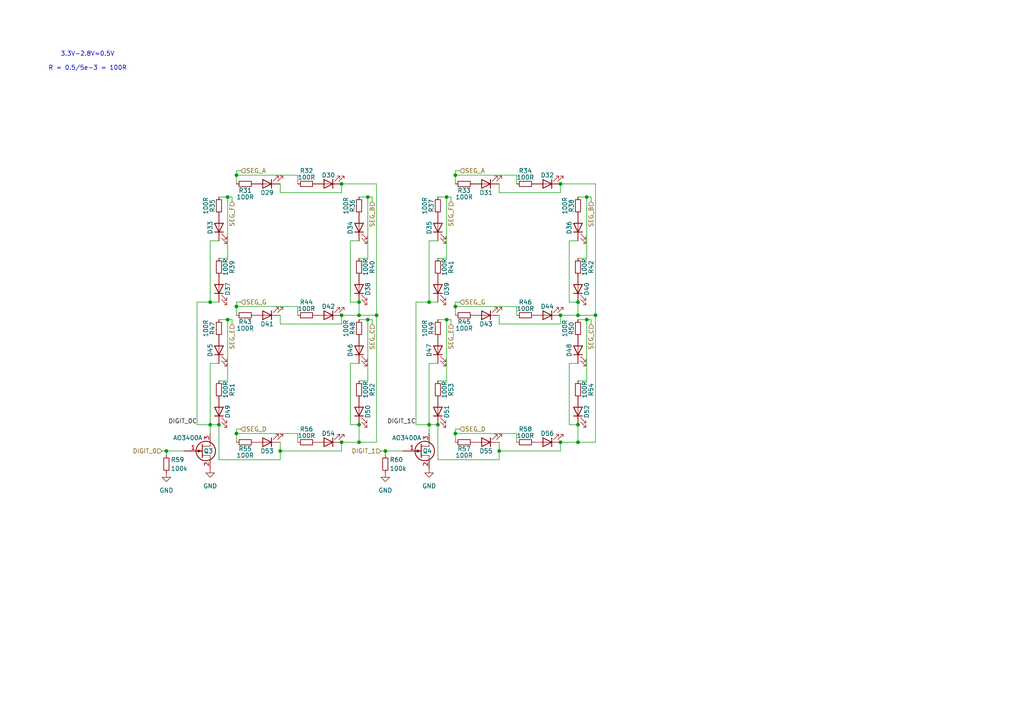
<source format=kicad_sch>
(kicad_sch (version 20231120) (generator "eeschema") (generator_version "8.0")
  (paper "A4")
  (lib_symbols
    (symbol "library:AO3400A" (pin_names (offset 0) hide)
      (property "Reference" "Q" (at 5.08 1.27 0))
      (property "Value" "AO3400A" (at 5.08 -1.27 0))
      (symbol "AO3400A_0_1"
        (polyline (pts (xy 0.254 1.905) (xy 0.254 -1.905) (xy 0.254 -1.905)) (stroke (width 0.254)))
        (polyline (pts (xy 2.54 -2.54) (xy 2.54 -1.27) (xy 0.254 -1.27)))
        (polyline (pts (xy 2.54 2.54) (xy 2.54 1.397) (xy 0.254 1.397)))
        (polyline (pts (xy 0 0) (xy -1.016 0.381) (xy -1.016 -0.381) (xy 0 0)) (fill (type outline)))
        (circle (center 1.27 0) (radius 2.8194) (stroke (width 0.254)))
      )
      (symbol "AO3400A_1_1"
        (pin input line (at -5.08 0 0) (length 5.334) (name "G") (number "1"))
        (pin passive line (at 2.54 -5.08 90) (length 2.54) (name "S") (number "2"))
        (pin passive line (at 2.54 5.08 270) (length 2.54) (name "D") (number "3"))
      )
    )
    (symbol "library:LED" (pin_numbers hide) (pin_names (offset 1.016) hide)
      (property "Reference" "D" (at 0 2.54 0))
      (property "Value" "LED" (at 0 -2.54 0))
      (symbol "LED_0_1"
        (polyline (pts (xy -1.27 -1.27) (xy -1.27 1.27)) (stroke (width 0.254)))
        (polyline (pts (xy -1.27 0) (xy 1.27 0)))
        (polyline (pts (xy 1.27 -1.27) (xy 1.27 1.27) (xy -1.27 0) (xy 1.27 -1.27)) (stroke (width 0.254)))
        (polyline (pts (xy -3.048 -0.762) (xy -4.572 -2.286) (xy -3.81 -2.286) (xy -4.572 -2.286) (xy -4.572 -1.524)))
        (polyline (pts (xy -1.778 -0.762) (xy -3.302 -2.286) (xy -2.54 -2.286) (xy -3.302 -2.286) (xy -3.302 -1.524)))
      )
      (symbol "LED_1_1"
        (pin passive line (at -3.81 0 0) (length 2.54) (name "K") (number "1"))
        (pin passive line (at 3.81 0 180) (length 2.54) (name "A") (number "2"))
      )
    )
    (symbol "library:R_100R" (pin_numbers hide) (pin_names (offset 0.254) hide)
      (property "Reference" "R" (at 0.762 0.508 0))
      (property "Value" "R_100R" (at 0.762 -1.016 0))
      (symbol "R_100R_0_1"
        (rectangle (start -0.762 1.778) (end 0.762 -1.778) (stroke (width 0.2032)))
      )
      (symbol "R_100R_1_1"
        (pin passive line (at 0 2.54 270) (length 0.762) (name "~") (number "1"))
        (pin passive line (at 0 -2.54 90) (length 0.762) (name "~") (number "2"))
      )
    )
    (symbol "library:R_100k" (pin_numbers hide) (pin_names (offset 0.254) hide)
      (property "Reference" "R" (at 0.762 0.508 0))
      (property "Value" "R_100k" (at 0.762 -1.016 0))
      (symbol "R_100k_0_1"
        (rectangle (start -0.762 1.778) (end 0.762 -1.778) (stroke (width 0.2032)))
      )
      (symbol "R_100k_1_1"
        (pin passive line (at 0 2.54 270) (length 0.762) (name "~") (number "1"))
        (pin passive line (at 0 -2.54 90) (length 0.762) (name "~") (number "2"))
      )
    )
    (symbol "power:GND" (power) (pin_numbers hide) (pin_names (offset 0) hide)
      (property "Value" "GND" (at 0 -3.81 0))
      (symbol "GND_0_1"
        (polyline (pts (xy 0 0) (xy 0 -1.27) (xy 1.27 -1.27) (xy 0 -2.54) (xy -1.27 -1.27) (xy 0 -1.27)))
      )
      (symbol "GND_1_1"
        (pin power_in line (at 0 0 270) (length 0) (name "~") (number "1"))
      )
    )
  )
  (junction (at 162.56 91.44))
  (junction (at 172.72 91.44))
  (junction (at 63.5 123.19))
  (junction (at 99.06 128.27))
  (junction (at 106.68 92.71))
  (junction (at 81.28 130.81))
  (junction (at 162.56 53.34))
  (junction (at 104.14 128.27))
  (junction (at 60.96 123.19))
  (junction (at 162.56 128.27))
  (junction (at 48.26 130.81))
  (junction (at 127 123.19))
  (junction (at 99.06 53.34))
  (junction (at 132.08 125.73))
  (junction (at 99.06 91.44))
  (junction (at 144.78 130.81))
  (junction (at 68.58 50.8))
  (junction (at 111.76 130.81))
  (junction (at 104.14 123.19))
  (junction (at 167.64 123.19))
  (junction (at 104.14 91.44))
  (junction (at 170.18 57.15))
  (junction (at 167.64 91.44))
  (junction (at 129.54 92.71))
  (junction (at 106.68 57.15))
  (junction (at 68.58 125.73))
  (junction (at 129.54 57.15))
  (junction (at 60.96 87.63))
  (junction (at 109.22 91.44))
  (junction (at 66.04 92.71))
  (junction (at 124.46 87.63))
  (junction (at 104.14 87.63))
  (junction (at 170.18 92.71))
  (junction (at 68.58 88.9))
  (junction (at 66.04 57.15))
  (junction (at 132.08 88.9))
  (junction (at 132.08 50.8))
  (junction (at 124.46 123.19))
  (junction (at 167.64 87.63))
  (junction (at 167.64 128.27))
  (wire (pts (xy 63.5 69.85) (xy 60.96 69.85)))
  (wire (pts (xy 127 69.85) (xy 124.46 69.85)))
  (wire (pts (xy 60.96 87.63) (xy 57.15 87.63)))
  (wire (pts (xy 144.78 93.98) (xy 162.56 93.98)))
  (wire (pts (xy 63.5 105.41) (xy 60.96 105.41)))
  (wire (pts (xy 170.18 74.93) (xy 170.18 57.15)))
  (wire (pts (xy 81.28 53.34) (xy 81.28 55.88)))
  (wire (pts (xy 170.18 57.15) (xy 171.45 57.15)))
  (wire (pts (xy 86.36 53.34) (xy 86.36 50.8)))
  (wire (pts (xy 106.68 92.71) (xy 107.95 92.71)))
  (wire (pts (xy 120.65 123.19) (xy 124.46 123.19)))
  (wire (pts (xy 109.22 53.34) (xy 109.22 91.44)))
  (wire (pts (xy 129.54 92.71) (xy 127 92.71)))
  (wire (pts (xy 104.14 128.27) (xy 104.14 123.19)))
  (wire (pts (xy 171.45 57.15) (xy 171.45 58.42)))
  (wire (pts (xy 129.54 74.93) (xy 129.54 57.15)))
  (wire (pts (xy 68.58 125.73) (xy 68.58 128.27)))
  (wire (pts (xy 144.78 130.81) (xy 162.56 130.81)))
  (wire (pts (xy 86.36 128.27) (xy 86.36 125.73)))
  (wire (pts (xy 109.22 91.44) (xy 104.14 91.44)))
  (wire (pts (xy 149.86 128.27) (xy 149.86 125.73)))
  (wire (pts (xy 111.76 130.81) (xy 111.76 132.08)))
  (wire (pts (xy 132.08 124.46) (xy 133.35 124.46)))
  (wire (pts (xy 60.96 87.63) (xy 63.5 87.63)))
  (wire (pts (xy 57.15 123.19) (xy 60.96 123.19)))
  (wire (pts (xy 162.56 93.98) (xy 162.56 91.44)))
  (wire (pts (xy 167.64 69.85) (xy 165.1 69.85)))
  (wire (pts (xy 46.99 130.81) (xy 48.26 130.81)))
  (wire (pts (xy 165.1 105.41) (xy 165.1 123.19)))
  (wire (pts (xy 127 110.49) (xy 129.54 110.49)))
  (wire (pts (xy 86.36 91.44) (xy 86.36 88.9)))
  (wire (pts (xy 167.64 105.41) (xy 165.1 105.41)))
  (wire (pts (xy 66.04 92.71) (xy 67.31 92.71)))
  (wire (pts (xy 66.04 110.49) (xy 66.04 92.71)))
  (wire (pts (xy 68.58 88.9) (xy 68.58 91.44)))
  (wire (pts (xy 124.46 69.85) (xy 124.46 87.63)))
  (wire (pts (xy 107.95 92.71) (xy 107.95 93.98)))
  (wire (pts (xy 66.04 74.93) (xy 66.04 57.15)))
  (wire (pts (xy 63.5 123.19) (xy 63.5 133.35)))
  (wire (pts (xy 99.06 91.44) (xy 104.14 91.44)))
  (wire (pts (xy 162.56 130.81) (xy 162.56 128.27)))
  (wire (pts (xy 149.86 125.73) (xy 132.08 125.73)))
  (wire (pts (xy 68.58 87.63) (xy 68.58 88.9)))
  (wire (pts (xy 53.34 130.81) (xy 48.26 130.81)))
  (wire (pts (xy 172.72 53.34) (xy 172.72 91.44)))
  (wire (pts (xy 144.78 91.44) (xy 144.78 93.98)))
  (wire (pts (xy 133.35 87.63) (xy 132.08 87.63)))
  (wire (pts (xy 69.85 49.53) (xy 68.58 49.53)))
  (wire (pts (xy 165.1 69.85) (xy 165.1 87.63)))
  (wire (pts (xy 63.5 74.93) (xy 66.04 74.93)))
  (wire (pts (xy 107.95 57.15) (xy 107.95 58.42)))
  (wire (pts (xy 124.46 123.19) (xy 124.46 125.73)))
  (wire (pts (xy 127 74.93) (xy 129.54 74.93)))
  (wire (pts (xy 144.78 128.27) (xy 144.78 130.81)))
  (wire (pts (xy 81.28 133.35) (xy 81.28 130.81)))
  (wire (pts (xy 129.54 57.15) (xy 127 57.15)))
  (wire (pts (xy 106.68 57.15) (xy 107.95 57.15)))
  (wire (pts (xy 106.68 110.49) (xy 106.68 92.71)))
  (wire (pts (xy 132.08 125.73) (xy 132.08 128.27)))
  (wire (pts (xy 101.6 123.19) (xy 104.14 123.19)))
  (wire (pts (xy 170.18 110.49) (xy 170.18 92.71)))
  (wire (pts (xy 60.96 123.19) (xy 60.96 125.73)))
  (wire (pts (xy 67.31 57.15) (xy 67.31 58.42)))
  (wire (pts (xy 66.04 57.15) (xy 67.31 57.15)))
  (wire (pts (xy 167.64 91.44) (xy 167.64 87.63)))
  (wire (pts (xy 86.36 50.8) (xy 68.58 50.8)))
  (wire (pts (xy 162.56 128.27) (xy 167.64 128.27)))
  (wire (pts (xy 127 105.41) (xy 124.46 105.41)))
  (wire (pts (xy 99.06 93.98) (xy 99.06 91.44)))
  (wire (pts (xy 132.08 87.63) (xy 132.08 88.9)))
  (wire (pts (xy 99.06 53.34) (xy 109.22 53.34)))
  (wire (pts (xy 124.46 123.19) (xy 127 123.19)))
  (wire (pts (xy 130.81 92.71) (xy 130.81 93.98)))
  (wire (pts (xy 132.08 88.9) (xy 132.08 91.44)))
  (wire (pts (xy 165.1 87.63) (xy 167.64 87.63)))
  (wire (pts (xy 106.68 92.71) (xy 104.14 92.71)))
  (wire (pts (xy 124.46 105.41) (xy 124.46 123.19)))
  (wire (pts (xy 129.54 92.71) (xy 130.81 92.71)))
  (wire (pts (xy 110.49 130.81) (xy 111.76 130.81)))
  (wire (pts (xy 66.04 57.15) (xy 63.5 57.15)))
  (wire (pts (xy 101.6 105.41) (xy 101.6 123.19)))
  (wire (pts (xy 104.14 105.41) (xy 101.6 105.41)))
  (wire (pts (xy 167.64 110.49) (xy 170.18 110.49)))
  (wire (pts (xy 81.28 93.98) (xy 99.06 93.98)))
  (wire (pts (xy 172.72 91.44) (xy 167.64 91.44)))
  (wire (pts (xy 167.64 74.93) (xy 170.18 74.93)))
  (wire (pts (xy 104.14 69.85) (xy 101.6 69.85)))
  (wire (pts (xy 171.45 92.71) (xy 171.45 93.98)))
  (wire (pts (xy 66.04 92.71) (xy 63.5 92.71)))
  (wire (pts (xy 170.18 92.71) (xy 171.45 92.71)))
  (wire (pts (xy 68.58 49.53) (xy 68.58 50.8)))
  (wire (pts (xy 144.78 55.88) (xy 162.56 55.88)))
  (wire (pts (xy 81.28 55.88) (xy 99.06 55.88)))
  (wire (pts (xy 132.08 50.8) (xy 132.08 53.34)))
  (wire (pts (xy 127 123.19) (xy 127 133.35)))
  (wire (pts (xy 116.84 130.81) (xy 111.76 130.81)))
  (wire (pts (xy 63.5 110.49) (xy 66.04 110.49)))
  (wire (pts (xy 106.68 74.93) (xy 106.68 57.15)))
  (wire (pts (xy 106.68 57.15) (xy 104.14 57.15)))
  (wire (pts (xy 172.72 91.44) (xy 172.72 128.27)))
  (wire (pts (xy 48.26 130.81) (xy 48.26 132.08)))
  (wire (pts (xy 162.56 91.44) (xy 167.64 91.44)))
  (wire (pts (xy 109.22 91.44) (xy 109.22 128.27)))
  (wire (pts (xy 86.36 125.73) (xy 68.58 125.73)))
  (wire (pts (xy 144.78 53.34) (xy 144.78 55.88)))
  (wire (pts (xy 149.86 50.8) (xy 132.08 50.8)))
  (wire (pts (xy 129.54 57.15) (xy 130.81 57.15)))
  (wire (pts (xy 67.31 92.71) (xy 67.31 93.98)))
  (wire (pts (xy 101.6 69.85) (xy 101.6 87.63)))
  (wire (pts (xy 162.56 55.88) (xy 162.56 53.34)))
  (wire (pts (xy 104.14 110.49) (xy 106.68 110.49)))
  (wire (pts (xy 124.46 87.63) (xy 127 87.63)))
  (wire (pts (xy 81.28 130.81) (xy 99.06 130.81)))
  (wire (pts (xy 132.08 49.53) (xy 132.08 50.8)))
  (wire (pts (xy 124.46 87.63) (xy 120.65 87.63)))
  (wire (pts (xy 120.65 87.63) (xy 120.65 123.19)))
  (wire (pts (xy 81.28 91.44) (xy 81.28 93.98)))
  (wire (pts (xy 149.86 88.9) (xy 132.08 88.9)))
  (wire (pts (xy 99.06 130.81) (xy 99.06 128.27)))
  (wire (pts (xy 68.58 124.46) (xy 69.85 124.46)))
  (wire (pts (xy 60.96 69.85) (xy 60.96 87.63)))
  (wire (pts (xy 170.18 92.71) (xy 167.64 92.71)))
  (wire (pts (xy 81.28 128.27) (xy 81.28 130.81)))
  (wire (pts (xy 167.64 128.27) (xy 167.64 123.19)))
  (wire (pts (xy 127 133.35) (xy 144.78 133.35)))
  (wire (pts (xy 101.6 87.63) (xy 104.14 87.63)))
  (wire (pts (xy 104.14 74.93) (xy 106.68 74.93)))
  (wire (pts (xy 172.72 128.27) (xy 167.64 128.27)))
  (wire (pts (xy 129.54 110.49) (xy 129.54 92.71)))
  (wire (pts (xy 68.58 50.8) (xy 68.58 53.34)))
  (wire (pts (xy 99.06 128.27) (xy 104.14 128.27)))
  (wire (pts (xy 60.96 105.41) (xy 60.96 123.19)))
  (wire (pts (xy 165.1 123.19) (xy 167.64 123.19)))
  (wire (pts (xy 99.06 55.88) (xy 99.06 53.34)))
  (wire (pts (xy 130.81 57.15) (xy 130.81 58.42)))
  (wire (pts (xy 68.58 125.73) (xy 68.58 124.46)))
  (wire (pts (xy 162.56 53.34) (xy 172.72 53.34)))
  (wire (pts (xy 104.14 91.44) (xy 104.14 87.63)))
  (wire (pts (xy 69.85 87.63) (xy 68.58 87.63)))
  (wire (pts (xy 109.22 128.27) (xy 104.14 128.27)))
  (wire (pts (xy 86.36 88.9) (xy 68.58 88.9)))
  (wire (pts (xy 144.78 133.35) (xy 144.78 130.81)))
  (wire (pts (xy 149.86 91.44) (xy 149.86 88.9)))
  (wire (pts (xy 57.15 87.63) (xy 57.15 123.19)))
  (wire (pts (xy 63.5 133.35) (xy 81.28 133.35)))
  (wire (pts (xy 132.08 125.73) (xy 132.08 124.46)))
  (wire (pts (xy 170.18 57.15) (xy 167.64 57.15)))
  (wire (pts (xy 60.96 123.19) (xy 63.5 123.19)))
  (wire (pts (xy 133.35 49.53) (xy 132.08 49.53)))
  (wire (pts (xy 149.86 53.34) (xy 149.86 50.8)))
  (text "3.3V-2.8V=0.5V\n\nR = 0.5/5e-3 = 100R" (at 25.4 17.78 0) (effects (font (size 1.27 1.27))))
  (label "DIGIT_0C" (at 57.15 123.19 180))
  (label "DIGIT_1C" (at 120.65 123.19 180))
  (hierarchical_label "SEG_D" (shape input) (at 133.35 124.46 0))
  (hierarchical_label "SEG_F" (shape input) (at 67.31 58.42 270))
  (hierarchical_label "DIGIT_1" (shape input) (at 110.49 130.81 180))
  (hierarchical_label "DIGIT_0" (shape input) (at 46.99 130.81 180))
  (hierarchical_label "SEG_G" (shape input) (at 69.85 87.63 0))
  (hierarchical_label "SEG_G" (shape input) (at 133.35 87.63 0))
  (hierarchical_label "SEG_E" (shape input) (at 67.31 93.98 270))
  (hierarchical_label "SEG_A" (shape input) (at 133.35 49.53 0))
  (hierarchical_label "SEG_B" (shape input) (at 171.45 58.42 270))
  (hierarchical_label "SEG_F" (shape input) (at 130.81 58.42 270))
  (hierarchical_label "SEG_C" (shape input) (at 171.45 93.98 270))
  (hierarchical_label "SEG_D" (shape input) (at 69.85 124.46 0))
  (hierarchical_label "SEG_B" (shape input) (at 107.95 58.42 270))
  (hierarchical_label "SEG_A" (shape input) (at 69.85 49.53 0))
  (hierarchical_label "SEG_E" (shape input) (at 130.81 93.98 270))
  (hierarchical_label "SEG_C" (shape input) (at 107.95 93.98 270))
  (symbol (lib_id "library:LED") (at 63.5 101.6 90) (unit 1)
    (property "Reference" "D45" (at 60.96 101.6 0))
    (property "Value" "LED" (effects (hide yes)))
    (property "Footprint" "library:LED_0603_1608Metric" (effects (hide yes)))
    (property "Description" "Light emitting diode" (effects (hide yes)))
    (property "LCSC" "C2290" (effects (hide yes)))
    (instances (project "2024-clock-retrofit" (path "" (reference "D45") (unit 1)) (path "" (reference "D17") (unit 1))))
  )
  (symbol (lib_id "library:LED") (at 104.14 83.82 90) (unit 1)
    (property "Reference" "D38" (at 106.68 83.82 0))
    (property "Value" "LED" (effects (hide yes)))
    (property "Footprint" "library:LED_0603_1608Metric" (effects (hide yes)))
    (property "Description" "Light emitting diode" (effects (hide yes)))
    (property "LCSC" "C2290" (effects (hide yes)))
    (instances (project "2024-clock-retrofit" (path "" (reference "D38") (unit 1)) (path "" (reference "D10") (unit 1))))
  )
  (symbol (lib_id "library:LED") (at 167.64 119.38 90) (unit 1)
    (property "Reference" "D52" (at 170.18 119.38 0))
    (property "Value" "LED" (effects (hide yes)))
    (property "Footprint" "library:LED_0603_1608Metric" (effects (hide yes)))
    (property "Description" "Light emitting diode" (effects (hide yes)))
    (property "LCSC" "C2290" (effects (hide yes)))
    (instances (project "2024-clock-retrofit" (path "" (reference "D52") (unit 1)) (path "" (reference "D24") (unit 1))))
  )
  (symbol (lib_id "library:LED") (at 95.25 91.44 180) (unit 1)
    (property "Reference" "D42" (at 95.25 88.9 0))
    (property "Value" "LED" (effects (hide yes)))
    (property "Footprint" "library:LED_0603_1608Metric" (effects (hide yes)))
    (property "Description" "Light emitting diode" (effects (hide yes)))
    (property "LCSC" "C2290" (effects (hide yes)))
    (instances (project "2024-clock-retrofit" (path "" (reference "D42") (unit 1)) (path "" (reference "D14") (unit 1))))
  )
  (symbol (lib_id "library:R_100R") (at 152.4 91.44 90) (unit 1)
    (property "Reference" "R46" (at 152.4 87.63 90))
    (property "Value" "100R" (at 152.4 89.535 90))
    (property "Footprint" "library:R_0402_1005Metric" (effects (hide yes)))
    (property "Description" "Resistor, small symbol" (effects (hide yes)))
    (property "LCSC" "C25076" (effects (hide yes)))
    (instances (project "2024-clock-retrofit" (path "" (reference "R46") (unit 1)) (path "" (reference "R16") (unit 1))))
  )
  (symbol (lib_id "library:R_100R") (at 71.12 128.27 90) (unit 1)
    (property "Reference" "R55" (at 71.12 130.175 90))
    (property "Value" "100R" (at 71.12 132.08 90))
    (property "Footprint" "library:R_0402_1005Metric" (effects (hide yes)))
    (property "Description" "Resistor, small symbol" (effects (hide yes)))
    (property "LCSC" "C25076" (effects (hide yes)))
    (instances (project "2024-clock-retrofit" (path "" (reference "R55") (unit 1)) (path "" (reference "R25") (unit 1))))
  )
  (symbol (lib_id "power:GND") (at 111.76 137.16 0) (unit 1)
    (property "Reference" "#PWR08" (effects (hide yes)))
    (property "Value" "GND" (at 111.76 142.24 0))
    (property "Description" "Power symbol creates a global label with name \"GND\" , ground" (effects (hide yes)))
    (instances (project "2024-clock-retrofit" (path "" (reference "#PWR08") (unit 1)) (path "" (reference "#PWR04") (unit 1))))
  )
  (symbol (lib_id "library:LED") (at 140.97 128.27 180) (unit 1)
    (property "Reference" "D55" (at 140.97 130.81 0))
    (property "Value" "LED" (effects (hide yes)))
    (property "Footprint" "library:LED_0603_1608Metric" (effects (hide yes)))
    (property "Description" "Light emitting diode" (effects (hide yes)))
    (property "LCSC" "C2290" (effects (hide yes)))
    (instances (project "2024-clock-retrofit" (path "" (reference "D55") (unit 1)) (path "" (reference "D27") (unit 1))))
  )
  (symbol (lib_id "library:R_100R") (at 167.64 113.03 0) (unit 1)
    (property "Reference" "R54" (at 171.45 113.03 90))
    (property "Value" "100R" (at 169.545 113.03 90))
    (property "Footprint" "library:R_0402_1005Metric" (effects (hide yes)))
    (property "Description" "Resistor, small symbol" (effects (hide yes)))
    (property "LCSC" "C25076" (effects (hide yes)))
    (instances (project "2024-clock-retrofit" (path "" (reference "R54") (unit 1)) (path "" (reference "R24") (unit 1))))
  )
  (symbol (lib_id "library:R_100R") (at 167.64 95.25 0) (unit 1)
    (property "Reference" "R50" (at 165.735 95.25 90))
    (property "Value" "100R" (at 163.83 95.25 90))
    (property "Footprint" "library:R_0402_1005Metric" (effects (hide yes)))
    (property "Description" "Resistor, small symbol" (effects (hide yes)))
    (property "LCSC" "C25076" (effects (hide yes)))
    (instances (project "2024-clock-retrofit" (path "" (reference "R50") (unit 1)) (path "" (reference "R20") (unit 1))))
  )
  (symbol (lib_id "library:LED") (at 77.47 91.44 180) (unit 1)
    (property "Reference" "D41" (at 77.47 93.98 0))
    (property "Value" "LED" (effects (hide yes)))
    (property "Footprint" "library:LED_0603_1608Metric" (effects (hide yes)))
    (property "Description" "Light emitting diode" (effects (hide yes)))
    (property "LCSC" "C2290" (effects (hide yes)))
    (instances (project "2024-clock-retrofit" (path "" (reference "D41") (unit 1)) (path "" (reference "D13") (unit 1))))
  )
  (symbol (lib_id "library:LED") (at 167.64 83.82 90) (unit 1)
    (property "Reference" "D40" (at 170.18 83.82 0))
    (property "Value" "LED" (effects (hide yes)))
    (property "Footprint" "library:LED_0603_1608Metric" (effects (hide yes)))
    (property "Description" "Light emitting diode" (effects (hide yes)))
    (property "LCSC" "C2290" (effects (hide yes)))
    (instances (project "2024-clock-retrofit" (path "" (reference "D40") (unit 1)) (path "" (reference "D12") (unit 1))))
  )
  (symbol (lib_id "library:LED") (at 127 83.82 90) (unit 1)
    (property "Reference" "D39" (at 129.54 83.82 0))
    (property "Value" "LED" (effects (hide yes)))
    (property "Footprint" "library:LED_0603_1608Metric" (effects (hide yes)))
    (property "Description" "Light emitting diode" (effects (hide yes)))
    (property "LCSC" "C2290" (effects (hide yes)))
    (instances (project "2024-clock-retrofit" (path "" (reference "D39") (unit 1)) (path "" (reference "D11") (unit 1))))
  )
  (symbol (lib_id "power:GND") (at 124.46 135.89 0) (unit 1)
    (property "Reference" "#PWR06" (effects (hide yes)))
    (property "Value" "GND" (at 124.46 140.97 0))
    (property "Description" "Power symbol creates a global label with name \"GND\" , ground" (effects (hide yes)))
    (instances (project "2024-clock-retrofit" (path "" (reference "#PWR06") (unit 1)) (path "" (reference "#PWR02") (unit 1))))
  )
  (symbol (lib_id "library:LED") (at 140.97 91.44 180) (unit 1)
    (property "Reference" "D43" (at 140.97 93.98 0))
    (property "Value" "LED" (effects (hide yes)))
    (property "Footprint" "library:LED_0603_1608Metric" (effects (hide yes)))
    (property "Description" "Light emitting diode" (effects (hide yes)))
    (property "LCSC" "C2290" (effects (hide yes)))
    (instances (project "2024-clock-retrofit" (path "" (reference "D43") (unit 1)) (path "" (reference "D15") (unit 1))))
  )
  (symbol (lib_id "library:R_100R") (at 134.62 53.34 90) (unit 1)
    (property "Reference" "R33" (at 134.62 55.245 90))
    (property "Value" "100R" (at 134.62 57.15 90))
    (property "Footprint" "library:R_0402_1005Metric" (effects (hide yes)))
    (property "Description" "Resistor, small symbol" (effects (hide yes)))
    (property "LCSC" "C25076" (effects (hide yes)))
    (instances (project "2024-clock-retrofit" (path "" (reference "R33") (unit 1)) (path "" (reference "R3") (unit 1))))
  )
  (symbol (lib_id "library:R_100R") (at 88.9 128.27 90) (unit 1)
    (property "Reference" "R56" (at 88.9 124.46 90))
    (property "Value" "100R" (at 88.9 126.365 90))
    (property "Footprint" "library:R_0402_1005Metric" (effects (hide yes)))
    (property "Description" "Resistor, small symbol" (effects (hide yes)))
    (property "LCSC" "C25076" (effects (hide yes)))
    (instances (project "2024-clock-retrofit" (path "" (reference "R56") (unit 1)) (path "" (reference "R26") (unit 1))))
  )
  (symbol (lib_id "library:LED") (at 63.5 83.82 90) (unit 1)
    (property "Reference" "D37" (at 66.04 83.82 0))
    (property "Value" "LED" (effects (hide yes)))
    (property "Footprint" "library:LED_0603_1608Metric" (effects (hide yes)))
    (property "Description" "Light emitting diode" (effects (hide yes)))
    (property "LCSC" "C2290" (effects (hide yes)))
    (instances (project "2024-clock-retrofit" (path "" (reference "D37") (unit 1)) (path "" (reference "D9") (unit 1))))
  )
  (symbol (lib_id "library:AO3400A") (at 121.92 130.81 0) (unit 1)
    (property "Reference" "Q4" (at 122.555 130.81 0) (effects (justify left)))
    (property "Value" "AO3400A" (at 113.665 127 0) (effects (justify left)))
    (property "Footprint" "library:SOT-23" (effects (hide yes)))
    (property "Description" "N-JFET transistor, gate/source/drain" (effects (hide yes)))
    (property "LCSC" "C20917" (effects (hide yes)))
    (instances (project "2024-clock-retrofit" (path "" (reference "Q4") (unit 1)) (path "" (reference "Q2") (unit 1))))
  )
  (symbol (lib_id "library:R_100R") (at 134.62 128.27 90) (unit 1)
    (property "Reference" "R57" (at 134.62 130.175 90))
    (property "Value" "100R" (at 134.62 132.08 90))
    (property "Footprint" "library:R_0402_1005Metric" (effects (hide yes)))
    (property "Description" "Resistor, small symbol" (effects (hide yes)))
    (property "LCSC" "C25076" (effects (hide yes)))
    (instances (project "2024-clock-retrofit" (path "" (reference "R57") (unit 1)) (path "" (reference "R27") (unit 1))))
  )
  (symbol (lib_id "library:LED") (at 158.75 53.34 180) (unit 1)
    (property "Reference" "D32" (at 158.75 50.8 0))
    (property "Value" "LED" (effects (hide yes)))
    (property "Footprint" "library:LED_0603_1608Metric" (effects (hide yes)))
    (property "Description" "Light emitting diode" (effects (hide yes)))
    (property "LCSC" "C2290" (effects (hide yes)))
    (instances (project "2024-clock-retrofit" (path "" (reference "D32") (unit 1)) (path "" (reference "D4") (unit 1))))
  )
  (symbol (lib_id "power:GND") (at 60.96 135.89 0) (unit 1)
    (property "Reference" "#PWR05" (effects (hide yes)))
    (property "Value" "GND" (at 60.96 140.97 0))
    (property "Description" "Power symbol creates a global label with name \"GND\" , ground" (effects (hide yes)))
    (instances (project "" (path "" (reference "#PWR05") (unit 1)) (path "" (reference "#PWR01") (unit 1))))
  )
  (symbol (lib_id "library:R_100R") (at 127 113.03 0) (unit 1)
    (property "Reference" "R53" (at 130.81 113.03 90))
    (property "Value" "100R" (at 128.905 113.03 90))
    (property "Footprint" "library:R_0402_1005Metric" (effects (hide yes)))
    (property "Description" "Resistor, small symbol" (effects (hide yes)))
    (property "LCSC" "C25076" (effects (hide yes)))
    (instances (project "2024-clock-retrofit" (path "" (reference "R53") (unit 1)) (path "" (reference "R23") (unit 1))))
  )
  (symbol (lib_id "library:LED") (at 127 119.38 90) (unit 1)
    (property "Reference" "D51" (at 129.54 119.38 0))
    (property "Value" "LED" (effects (hide yes)))
    (property "Footprint" "library:LED_0603_1608Metric" (effects (hide yes)))
    (property "Description" "Light emitting diode" (effects (hide yes)))
    (property "LCSC" "C2290" (effects (hide yes)))
    (instances (project "2024-clock-retrofit" (path "" (reference "D51") (unit 1)) (path "" (reference "D23") (unit 1))))
  )
  (symbol (lib_id "library:R_100R") (at 167.64 59.69 0) (unit 1)
    (property "Reference" "R38" (at 165.735 59.69 90))
    (property "Value" "100R" (at 163.83 59.69 90))
    (property "Footprint" "library:R_0402_1005Metric" (effects (hide yes)))
    (property "Description" "Resistor, small symbol" (effects (hide yes)))
    (property "LCSC" "C25076" (effects (hide yes)))
    (instances (project "2024-clock-retrofit" (path "" (reference "R38") (unit 1)) (path "" (reference "R8") (unit 1))))
  )
  (symbol (lib_id "power:GND") (at 48.26 137.16 0) (unit 1)
    (property "Reference" "#PWR07" (effects (hide yes)))
    (property "Value" "GND" (at 48.26 142.24 0))
    (property "Description" "Power symbol creates a global label with name \"GND\" , ground" (effects (hide yes)))
    (instances (project "2024-clock-retrofit" (path "" (reference "#PWR07") (unit 1)) (path "" (reference "#PWR03") (unit 1))))
  )
  (symbol (lib_id "library:R_100R") (at 127 77.47 0) (unit 1)
    (property "Reference" "R41" (at 130.81 77.47 90))
    (property "Value" "100R" (at 128.905 77.47 90))
    (property "Footprint" "library:R_0402_1005Metric" (effects (hide yes)))
    (property "Description" "Resistor, small symbol" (effects (hide yes)))
    (property "LCSC" "C25076" (effects (hide yes)))
    (instances (project "2024-clock-retrofit" (path "" (reference "R41") (unit 1)) (path "" (reference "R11") (unit 1))))
  )
  (symbol (lib_id "library:LED") (at 95.25 128.27 180) (unit 1)
    (property "Reference" "D54" (at 95.25 125.73 0))
    (property "Value" "LED" (effects (hide yes)))
    (property "Footprint" "library:LED_0603_1608Metric" (effects (hide yes)))
    (property "Description" "Light emitting diode" (effects (hide yes)))
    (property "LCSC" "C2290" (effects (hide yes)))
    (instances (project "2024-clock-retrofit" (path "" (reference "D54") (unit 1)) (path "" (reference "D26") (unit 1))))
  )
  (symbol (lib_id "library:R_100k") (at 48.26 134.62 0) (unit 1)
    (property "Reference" "R59" (at 49.53 133.35 0) (effects (justify left)))
    (property "Value" "100k" (at 49.53 135.89 0) (effects (justify left)))
    (property "Footprint" "library:R_0402_1005Metric" (effects (hide yes)))
    (property "Description" "Resistor, small symbol" (effects (hide yes)))
    (property "LCSC" "C25741" (effects (hide yes)))
    (instances (project "" (path "" (reference "R59") (unit 1)) (path "" (reference "R29") (unit 1))))
  )
  (symbol (lib_id "library:R_100R") (at 104.14 77.47 0) (unit 1)
    (property "Reference" "R40" (at 107.95 77.47 90))
    (property "Value" "100R" (at 106.045 77.47 90))
    (property "Footprint" "library:R_0402_1005Metric" (effects (hide yes)))
    (property "Description" "Resistor, small symbol" (effects (hide yes)))
    (property "LCSC" "C25076" (effects (hide yes)))
    (instances (project "2024-clock-retrofit" (path "" (reference "R40") (unit 1)) (path "" (reference "R10") (unit 1))))
  )
  (symbol (lib_id "library:LED") (at 63.5 119.38 90) (unit 1)
    (property "Reference" "D49" (at 66.04 119.38 0))
    (property "Value" "LED" (effects (hide yes)))
    (property "Footprint" "library:LED_0603_1608Metric" (effects (hide yes)))
    (property "Description" "Light emitting diode" (effects (hide yes)))
    (property "LCSC" "C2290" (effects (hide yes)))
    (instances (project "2024-clock-retrofit" (path "" (reference "D49") (unit 1)) (path "" (reference "D21") (unit 1))))
  )
  (symbol (lib_id "library:R_100R") (at 63.5 77.47 0) (unit 1)
    (property "Reference" "R39" (at 67.31 77.47 90))
    (property "Value" "100R" (at 65.405 77.47 90))
    (property "Footprint" "library:R_0402_1005Metric" (effects (hide yes)))
    (property "Description" "Resistor, small symbol" (effects (hide yes)))
    (property "LCSC" "C25076" (effects (hide yes)))
    (instances (project "2024-clock-retrofit" (path "" (reference "R39") (unit 1)) (path "" (reference "R9") (unit 1))))
  )
  (symbol (lib_id "library:R_100k") (at 111.76 134.62 0) (unit 1)
    (property "Reference" "R60" (at 113.03 133.35 0) (effects (justify left)))
    (property "Value" "100k" (at 113.03 135.89 0) (effects (justify left)))
    (property "Footprint" "library:R_0402_1005Metric" (effects (hide yes)))
    (property "Description" "Resistor, small symbol" (effects (hide yes)))
    (property "LCSC" "C25741" (effects (hide yes)))
    (instances (project "2024-clock-retrofit" (path "" (reference "R60") (unit 1)) (path "" (reference "R30") (unit 1))))
  )
  (symbol (lib_id "library:R_100R") (at 134.62 91.44 90) (unit 1)
    (property "Reference" "R45" (at 134.62 93.345 90))
    (property "Value" "100R" (at 134.62 95.25 90))
    (property "Footprint" "library:R_0402_1005Metric" (effects (hide yes)))
    (property "Description" "Resistor, small symbol" (effects (hide yes)))
    (property "LCSC" "C25076" (effects (hide yes)))
    (instances (project "2024-clock-retrofit" (path "" (reference "R45") (unit 1)) (path "" (reference "R15") (unit 1))))
  )
  (symbol (lib_id "library:R_100R") (at 71.12 91.44 90) (unit 1)
    (property "Reference" "R43" (at 71.12 93.345 90))
    (property "Value" "100R" (at 71.12 95.25 90))
    (property "Footprint" "library:R_0402_1005Metric" (effects (hide yes)))
    (property "Description" "Resistor, small symbol" (effects (hide yes)))
    (property "LCSC" "C25076" (effects (hide yes)))
    (instances (project "2024-clock-retrofit" (path "" (reference "R43") (unit 1)) (path "" (reference "R13") (unit 1))))
  )
  (symbol (lib_id "library:LED") (at 140.97 53.34 180) (unit 1)
    (property "Reference" "D31" (at 140.97 55.88 0))
    (property "Value" "LED" (effects (hide yes)))
    (property "Footprint" "library:LED_0603_1608Metric" (effects (hide yes)))
    (property "Description" "Light emitting diode" (effects (hide yes)))
    (property "LCSC" "C2290" (effects (hide yes)))
    (instances (project "2024-clock-retrofit" (path "" (reference "D31") (unit 1)) (path "" (reference "D3") (unit 1))))
  )
  (symbol (lib_id "library:R_100R") (at 152.4 53.34 90) (unit 1)
    (property "Reference" "R34" (at 152.4 49.53 90))
    (property "Value" "100R" (at 152.4 51.435 90))
    (property "Footprint" "library:R_0402_1005Metric" (effects (hide yes)))
    (property "Description" "Resistor, small symbol" (effects (hide yes)))
    (property "LCSC" "C25076" (effects (hide yes)))
    (instances (project "2024-clock-retrofit" (path "" (reference "R34") (unit 1)) (path "" (reference "R4") (unit 1))))
  )
  (symbol (lib_id "library:R_100R") (at 71.12 53.34 90) (unit 1)
    (property "Reference" "R31" (at 71.12 55.245 90))
    (property "Value" "100R" (at 71.12 57.15 90))
    (property "Footprint" "library:R_0402_1005Metric" (effects (hide yes)))
    (property "Description" "Resistor, small symbol" (effects (hide yes)))
    (property "LCSC" "C25076" (effects (hide yes)))
    (instances (project "2024-clock-retrofit" (path "" (reference "R31") (unit 1)) (path "" (reference "R1") (unit 1))))
  )
  (symbol (lib_id "library:LED") (at 104.14 119.38 90) (unit 1)
    (property "Reference" "D50" (at 106.68 119.38 0))
    (property "Value" "LED" (effects (hide yes)))
    (property "Footprint" "library:LED_0603_1608Metric" (effects (hide yes)))
    (property "Description" "Light emitting diode" (effects (hide yes)))
    (property "LCSC" "C2290" (effects (hide yes)))
    (instances (project "2024-clock-retrofit" (path "" (reference "D50") (unit 1)) (path "" (reference "D22") (unit 1))))
  )
  (symbol (lib_id "library:AO3400A") (at 58.42 130.81 0) (unit 1)
    (property "Reference" "Q3" (at 59.055 130.81 0) (effects (justify left)))
    (property "Value" "AO3400A" (at 50.165 127 0) (effects (justify left)))
    (property "Footprint" "library:SOT-23" (effects (hide yes)))
    (property "Description" "N-JFET transistor, gate/source/drain" (effects (hide yes)))
    (property "LCSC" "C20917" (effects (hide yes)))
    (instances (project "" (path "" (reference "Q3") (unit 1)) (path "" (reference "Q1") (unit 1))))
  )
  (symbol (lib_id "library:LED") (at 104.14 66.04 90) (unit 1)
    (property "Reference" "D34" (at 101.6 66.04 0))
    (property "Value" "LED" (effects (hide yes)))
    (property "Footprint" "library:LED_0603_1608Metric" (effects (hide yes)))
    (property "Description" "Light emitting diode" (effects (hide yes)))
    (property "LCSC" "C2290" (effects (hide yes)))
    (instances (project "2024-clock-retrofit" (path "" (reference "D34") (unit 1)) (path "" (reference "D6") (unit 1))))
  )
  (symbol (lib_id "library:R_100R") (at 104.14 59.69 0) (unit 1)
    (property "Reference" "R36" (at 102.235 59.69 90))
    (property "Value" "100R" (at 100.33 59.69 90))
    (property "Footprint" "library:R_0402_1005Metric" (effects (hide yes)))
    (property "Description" "Resistor, small symbol" (effects (hide yes)))
    (property "LCSC" "C25076" (effects (hide yes)))
    (instances (project "2024-clock-retrofit" (path "" (reference "R36") (unit 1)) (path "" (reference "R6") (unit 1))))
  )
  (symbol (lib_id "library:R_100R") (at 63.5 113.03 0) (unit 1)
    (property "Reference" "R51" (at 67.31 113.03 90))
    (property "Value" "100R" (at 65.405 113.03 90))
    (property "Footprint" "library:R_0402_1005Metric" (effects (hide yes)))
    (property "Description" "Resistor, small symbol" (effects (hide yes)))
    (property "LCSC" "C25076" (effects (hide yes)))
    (instances (project "2024-clock-retrofit" (path "" (reference "R51") (unit 1)) (path "" (reference "R21") (unit 1))))
  )
  (symbol (lib_id "library:R_100R") (at 152.4 128.27 90) (unit 1)
    (property "Reference" "R58" (at 152.4 124.46 90))
    (property "Value" "100R" (at 152.4 126.365 90))
    (property "Footprint" "library:R_0402_1005Metric" (effects (hide yes)))
    (property "Description" "Resistor, small symbol" (effects (hide yes)))
    (property "LCSC" "C25076" (effects (hide yes)))
    (instances (project "2024-clock-retrofit" (path "" (reference "R58") (unit 1)) (path "" (reference "R28") (unit 1))))
  )
  (symbol (lib_id "library:LED") (at 77.47 53.34 180) (unit 1)
    (property "Reference" "D29" (at 77.47 55.88 0))
    (property "Value" "LED" (effects (hide yes)))
    (property "Footprint" "library:LED_0603_1608Metric" (effects (hide yes)))
    (property "Description" "Light emitting diode" (effects (hide yes)))
    (property "LCSC" "C2290" (effects (hide yes)))
    (instances (project "2024-clock-retrofit" (path "" (reference "D29") (unit 1)) (path "" (reference "D1") (unit 1))))
  )
  (symbol (lib_id "library:R_100R") (at 88.9 53.34 90) (unit 1)
    (property "Reference" "R32" (at 88.9 49.53 90))
    (property "Value" "100R" (at 88.9 51.435 90))
    (property "Footprint" "library:R_0402_1005Metric" (effects (hide yes)))
    (property "Description" "Resistor, small symbol" (effects (hide yes)))
    (property "LCSC" "C25076" (effects (hide yes)))
    (instances (project "2024-clock-retrofit" (path "" (reference "R32") (unit 1)) (path "" (reference "R2") (unit 1))))
  )
  (symbol (lib_id "library:R_100R") (at 104.14 113.03 0) (unit 1)
    (property "Reference" "R52" (at 107.95 113.03 90))
    (property "Value" "100R" (at 106.045 113.03 90))
    (property "Footprint" "library:R_0402_1005Metric" (effects (hide yes)))
    (property "Description" "Resistor, small symbol" (effects (hide yes)))
    (property "LCSC" "C25076" (effects (hide yes)))
    (instances (project "2024-clock-retrofit" (path "" (reference "R52") (unit 1)) (path "" (reference "R22") (unit 1))))
  )
  (symbol (lib_id "library:LED") (at 158.75 91.44 180) (unit 1)
    (property "Reference" "D44" (at 158.75 88.9 0))
    (property "Value" "LED" (effects (hide yes)))
    (property "Footprint" "library:LED_0603_1608Metric" (effects (hide yes)))
    (property "Description" "Light emitting diode" (effects (hide yes)))
    (property "LCSC" "C2290" (effects (hide yes)))
    (instances (project "2024-clock-retrofit" (path "" (reference "D44") (unit 1)) (path "" (reference "D16") (unit 1))))
  )
  (symbol (lib_id "library:R_100R") (at 63.5 95.25 0) (unit 1)
    (property "Reference" "R47" (at 61.595 95.25 90))
    (property "Value" "100R" (at 59.69 95.25 90))
    (property "Footprint" "library:R_0402_1005Metric" (effects (hide yes)))
    (property "Description" "Resistor, small symbol" (effects (hide yes)))
    (property "LCSC" "C25076" (effects (hide yes)))
    (instances (project "2024-clock-retrofit" (path "" (reference "R47") (unit 1)) (path "" (reference "R17") (unit 1))))
  )
  (symbol (lib_id "library:R_100R") (at 63.5 59.69 0) (unit 1)
    (property "Reference" "R35" (at 61.595 59.69 90))
    (property "Value" "100R" (at 59.69 59.69 90))
    (property "Footprint" "library:R_0402_1005Metric" (effects (hide yes)))
    (property "Description" "Resistor, small symbol" (effects (hide yes)))
    (property "LCSC" "C25076" (effects (hide yes)))
    (instances (project "2024-clock-retrofit" (path "" (reference "R35") (unit 1)) (path "" (reference "R5") (unit 1))))
  )
  (symbol (lib_id "library:R_100R") (at 104.14 95.25 0) (unit 1)
    (property "Reference" "R48" (at 102.235 95.25 90))
    (property "Value" "100R" (at 100.33 95.25 90))
    (property "Footprint" "library:R_0402_1005Metric" (effects (hide yes)))
    (property "Description" "Resistor, small symbol" (effects (hide yes)))
    (property "LCSC" "C25076" (effects (hide yes)))
    (instances (project "2024-clock-retrofit" (path "" (reference "R48") (unit 1)) (path "" (reference "R18") (unit 1))))
  )
  (symbol (lib_id "library:LED") (at 104.14 101.6 90) (unit 1)
    (property "Reference" "D46" (at 101.6 101.6 0))
    (property "Value" "LED" (effects (hide yes)))
    (property "Footprint" "library:LED_0603_1608Metric" (effects (hide yes)))
    (property "Description" "Light emitting diode" (effects (hide yes)))
    (property "LCSC" "C2290" (effects (hide yes)))
    (instances (project "2024-clock-retrofit" (path "" (reference "D46") (unit 1)) (path "" (reference "D18") (unit 1))))
  )
  (symbol (lib_id "library:LED") (at 167.64 66.04 90) (unit 1)
    (property "Reference" "D36" (at 165.1 66.04 0))
    (property "Value" "LED" (effects (hide yes)))
    (property "Footprint" "library:LED_0603_1608Metric" (effects (hide yes)))
    (property "Description" "Light emitting diode" (effects (hide yes)))
    (property "LCSC" "C2290" (effects (hide yes)))
    (instances (project "2024-clock-retrofit" (path "" (reference "D36") (unit 1)) (path "" (reference "D8") (unit 1))))
  )
  (symbol (lib_id "library:R_100R") (at 88.9 91.44 90) (unit 1)
    (property "Reference" "R44" (at 88.9 87.63 90))
    (property "Value" "100R" (at 88.9 89.535 90))
    (property "Footprint" "library:R_0402_1005Metric" (effects (hide yes)))
    (property "Description" "Resistor, small symbol" (effects (hide yes)))
    (property "LCSC" "C25076" (effects (hide yes)))
    (instances (project "2024-clock-retrofit" (path "" (reference "R44") (unit 1)) (path "" (reference "R14") (unit 1))))
  )
  (symbol (lib_id "library:LED") (at 158.75 128.27 180) (unit 1)
    (property "Reference" "D56" (at 158.75 125.73 0))
    (property "Value" "LED" (effects (hide yes)))
    (property "Footprint" "library:LED_0603_1608Metric" (effects (hide yes)))
    (property "Description" "Light emitting diode" (effects (hide yes)))
    (property "LCSC" "C2290" (effects (hide yes)))
    (instances (project "2024-clock-retrofit" (path "" (reference "D56") (unit 1)) (path "" (reference "D28") (unit 1))))
  )
  (symbol (lib_id "library:LED") (at 77.47 128.27 180) (unit 1)
    (property "Reference" "D53" (at 77.47 130.81 0))
    (property "Value" "LED" (effects (hide yes)))
    (property "Footprint" "library:LED_0603_1608Metric" (effects (hide yes)))
    (property "Description" "Light emitting diode" (effects (hide yes)))
    (property "LCSC" "C2290" (effects (hide yes)))
    (instances (project "2024-clock-retrofit" (path "" (reference "D53") (unit 1)) (path "" (reference "D25") (unit 1))))
  )
  (symbol (lib_id "library:R_100R") (at 127 95.25 0) (unit 1)
    (property "Reference" "R49" (at 125.095 95.25 90))
    (property "Value" "100R" (at 123.19 95.25 90))
    (property "Footprint" "library:R_0402_1005Metric" (effects (hide yes)))
    (property "Description" "Resistor, small symbol" (effects (hide yes)))
    (property "LCSC" "C25076" (effects (hide yes)))
    (instances (project "2024-clock-retrofit" (path "" (reference "R49") (unit 1)) (path "" (reference "R19") (unit 1))))
  )
  (symbol (lib_id "library:LED") (at 63.5 66.04 90) (unit 1)
    (property "Reference" "D33" (at 60.96 66.04 0))
    (property "Value" "LED" (effects (hide yes)))
    (property "Footprint" "library:LED_0603_1608Metric" (effects (hide yes)))
    (property "Description" "Light emitting diode" (effects (hide yes)))
    (property "LCSC" "C2290" (effects (hide yes)))
    (instances (project "2024-clock-retrofit" (path "" (reference "D33") (unit 1)) (path "" (reference "D5") (unit 1))))
  )
  (symbol (lib_id "library:LED") (at 127 66.04 90) (unit 1)
    (property "Reference" "D35" (at 124.46 66.04 0))
    (property "Value" "LED" (effects (hide yes)))
    (property "Footprint" "library:LED_0603_1608Metric" (effects (hide yes)))
    (property "Description" "Light emitting diode" (effects (hide yes)))
    (property "LCSC" "C2290" (effects (hide yes)))
    (instances (project "2024-clock-retrofit" (path "" (reference "D35") (unit 1)) (path "" (reference "D7") (unit 1))))
  )
  (symbol (lib_id "library:LED") (at 167.64 101.6 90) (unit 1)
    (property "Reference" "D48" (at 165.1 101.6 0))
    (property "Value" "LED" (effects (hide yes)))
    (property "Footprint" "library:LED_0603_1608Metric" (effects (hide yes)))
    (property "Description" "Light emitting diode" (effects (hide yes)))
    (property "LCSC" "C2290" (effects (hide yes)))
    (instances (project "2024-clock-retrofit" (path "" (reference "D48") (unit 1)) (path "" (reference "D20") (unit 1))))
  )
  (symbol (lib_id "library:R_100R") (at 127 59.69 0) (unit 1)
    (property "Reference" "R37" (at 125.095 59.69 90))
    (property "Value" "100R" (at 123.19 59.69 90))
    (property "Footprint" "library:R_0402_1005Metric" (effects (hide yes)))
    (property "Description" "Resistor, small symbol" (effects (hide yes)))
    (property "LCSC" "C25076" (effects (hide yes)))
    (instances (project "2024-clock-retrofit" (path "" (reference "R37") (unit 1)) (path "" (reference "R7") (unit 1))))
  )
  (symbol (lib_id "library:LED") (at 95.25 53.34 180) (unit 1)
    (property "Reference" "D30" (at 95.25 50.8 0))
    (property "Value" "LED" (effects (hide yes)))
    (property "Footprint" "library:LED_0603_1608Metric" (effects (hide yes)))
    (property "Description" "Light emitting diode" (effects (hide yes)))
    (property "LCSC" "C2290" (effects (hide yes)))
    (instances (project "2024-clock-retrofit" (path "" (reference "D30") (unit 1)) (path "" (reference "D2") (unit 1))))
  )
  (symbol (lib_id "library:LED") (at 127 101.6 90) (unit 1)
    (property "Reference" "D47" (at 124.46 101.6 0))
    (property "Value" "LED" (effects (hide yes)))
    (property "Footprint" "library:LED_0603_1608Metric" (effects (hide yes)))
    (property "Description" "Light emitting diode" (effects (hide yes)))
    (property "LCSC" "C2290" (effects (hide yes)))
    (instances (project "2024-clock-retrofit" (path "" (reference "D47") (unit 1)) (path "" (reference "D19") (unit 1))))
  )
  (symbol (lib_id "library:R_100R") (at 167.64 77.47 0) (unit 1)
    (property "Reference" "R42" (at 171.45 77.47 90))
    (property "Value" "100R" (at 169.545 77.47 90))
    (property "Footprint" "library:R_0402_1005Metric" (effects (hide yes)))
    (property "Description" "Resistor, small symbol" (effects (hide yes)))
    (property "LCSC" "C25076" (effects (hide yes)))
    (instances (project "2024-clock-retrofit" (path "" (reference "R42") (unit 1)) (path "" (reference "R12") (unit 1))))
  )
)
</source>
